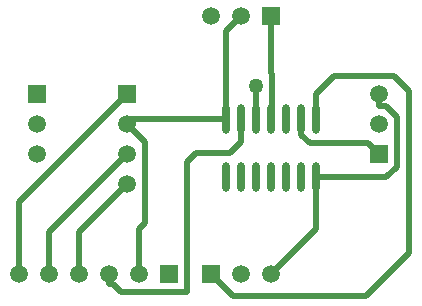
<source format=gtl>
%FSTAX23Y23*%
%MOIN*%
%SFA1B1*%

%IPPOS*%
%ADD10O,0.027560X0.098430*%
%ADD11C,0.020000*%
%ADD12C,0.059060*%
%ADD13R,0.059060X0.059060*%
%ADD14R,0.059060X0.059060*%
%ADD15C,0.050000*%
%LNpcb-1*%
%LPD*%
G54D10*
X0179Y01483D03*
X0184D03*
X0189D03*
X0194D03*
X0199D03*
X0204D03*
X0209D03*
X0179Y01676D03*
X0184D03*
X0189D03*
X0194D03*
X0199D03*
X0204D03*
X0209D03*
G54D11*
X01473Y01676D02*
X0179D01*
X0146Y0166D02*
X01473Y01676D01*
X0209Y01483D02*
X02325D01*
X0209D02*
Y01483D01*
Y0131D02*
Y01483D01*
X014Y01128D02*
X01412D01*
X0179Y01676D02*
Y0197D01*
X0184Y0202*
X012Y013D02*
X0146Y0156D01*
X012Y0116D02*
Y013D01*
X011Y014D02*
X0146Y0176D01*
X011Y0116D02*
Y014D01*
X0194Y01831D02*
Y0202D01*
Y01831D02*
X01945Y01826D01*
Y01717D02*
Y01826D01*
X0194Y01712D02*
X01945Y01717D01*
X0194Y01676D02*
Y01712D01*
Y0116D02*
X0209Y0131D01*
Y01676D02*
Y0176D01*
X0215Y0182*
X0235*
X024Y0177*
Y01232D02*
Y0177D01*
X02256Y01088D02*
X024Y01232D01*
X01812Y01088D02*
X02256D01*
X0174Y0116D02*
X01812Y01088D01*
X014Y01128D02*
Y0116D01*
X01412Y01128D02*
X0144Y011D01*
X0166*
Y01534*
X01689Y01563*
X01803*
X0184Y016*
Y01676*
X0189D02*
Y01787D01*
X023Y0172D02*
Y0176D01*
Y0172D02*
X02325D01*
X0236Y01685*
Y01518D02*
Y01685D01*
X02325Y01483D02*
X0236Y01518D01*
X013Y0116D02*
Y013D01*
X0146Y0146*
X02264Y01596D02*
X023Y0156D01*
X02069Y01596D02*
X02264D01*
X0204Y01625D02*
X02069Y01596D01*
X0204Y01625D02*
Y01676D01*
X015Y0116D02*
Y0131D01*
X0152Y0133*
Y016*
X0146Y0166D02*
X0152Y016D01*
G54D12*
X0146Y0146D03*
Y0156D03*
Y0166D03*
X015Y0116D03*
X014D03*
X013D03*
X012D03*
X011D03*
X0116Y0166D03*
Y0156D03*
X0184Y0202D03*
X0174D03*
X023Y0166D03*
Y0176D03*
X0184Y0116D03*
X0194D03*
G54D13*
X0146Y0176D03*
X0116D03*
X023Y0156D03*
G54D14*
X016Y0116D03*
X0194Y0202D03*
X0174Y0116D03*
G54D15*
X0189Y01787D03*
M02*
</source>
